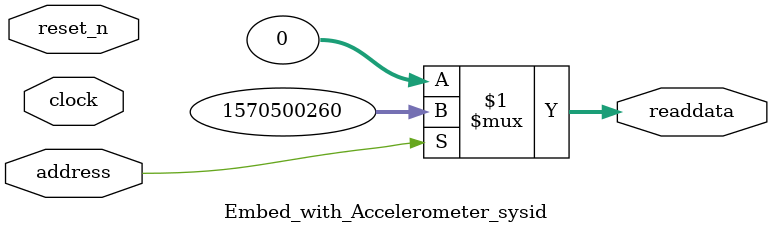
<source format=v>



// synthesis translate_off
`timescale 1ns / 1ps
// synthesis translate_on

// turn off superfluous verilog processor warnings 
// altera message_level Level1 
// altera message_off 10034 10035 10036 10037 10230 10240 10030 

module Embed_with_Accelerometer_sysid (
               // inputs:
                address,
                clock,
                reset_n,

               // outputs:
                readdata
             )
;

  output  [ 31: 0] readdata;
  input            address;
  input            clock;
  input            reset_n;

  wire    [ 31: 0] readdata;
  //control_slave, which is an e_avalon_slave
  assign readdata = address ? 1570500260 : 0;

endmodule



</source>
